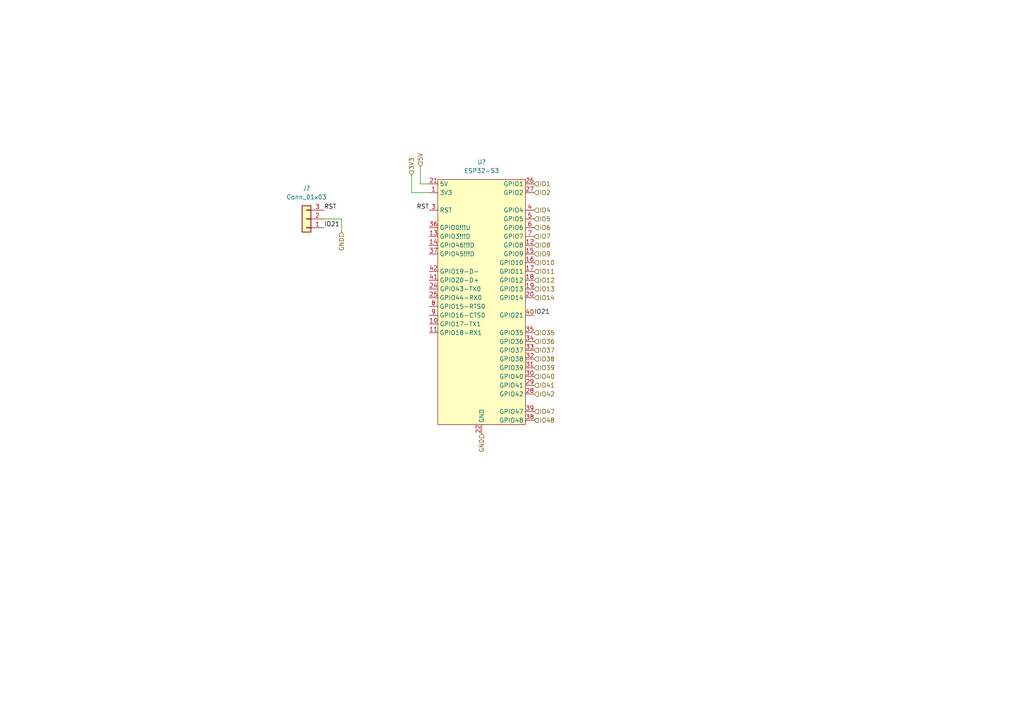
<source format=kicad_sch>
(kicad_sch (version 20211123) (generator eeschema)
  (paper "A4")
  (lib_symbols
    (symbol "Connector_Generic:Conn_01x03" (pin_names (offset 1.016) hide)
      (property "Reference" "J" (at 0 5.08 0))
      (property "Value" "Conn_01x03" (at 0 -5.08 0))
      (symbol "Conn_01x03_1_1"
        (rectangle (start -1.27 -2.413) (end 0 -2.667) (stroke (width 0.1524)))
        (rectangle (start -1.27 0.127) (end 0 -0.127) (stroke (width 0.1524)))
        (rectangle (start -1.27 2.667) (end 0 2.413) (stroke (width 0.1524)))
        (rectangle (start -1.27 3.81) (end 1.27 -3.81) (stroke (width 0.254)) (fill (type background)))
        (pin passive line (at -5.08 2.54 0) (length 3.81) (name "Pin_1") (number "1"))
        (pin passive line (at -5.08 0 0) (length 3.81) (name "Pin_2") (number "2"))
        (pin passive line (at -5.08 -2.54 0) (length 3.81) (name "Pin_3") (number "3"))
      )
    )
    (symbol "Robotarna_KiCad_Library:ESP32-S3"
      (property "Reference" "U" (at 0 5.08 0))
      (property "Value" "ESP32-S3" (at 0 2.54 0))
      (symbol "ESP32-S3_0_1"
        (rectangle (start -12.7 1.27) (end 12.7 -69.85) (fill (type background)))
      )
      (symbol "ESP32-S3_1_1"
        (pin power_in line (at -15.24 -2.54 0) (length 2.54) (name "3V3") (number "1"))
        (pin bidirectional line (at -15.24 -40.64 0) (length 2.54) (name "GPIO17-TX1") (number "10"))
        (pin bidirectional line (at -15.24 -43.18 0) (length 2.54) (name "GPIO18-RX1") (number "11"))
        (pin bidirectional line (at 15.24 -17.78 180) (length 2.54) (name "GPIO8") (number "12"))
        (pin bidirectional line (at -15.24 -15.24 0) (length 2.54) (name "GPIO3!!!D") (number "13"))
        (pin bidirectional line (at -15.24 -17.78 0) (length 2.54) (name "GPIO46!!!D") (number "14"))
        (pin bidirectional line (at 15.24 -20.32 180) (length 2.54) (name "GPIO9") (number "15"))
        (pin bidirectional line (at 15.24 -22.86 180) (length 2.54) (name "GPIO10") (number "16"))
        (pin bidirectional line (at 15.24 -25.4 180) (length 2.54) (name "GPIO11") (number "17"))
        (pin bidirectional line (at 15.24 -27.94 180) (length 2.54) (name "GPIO12") (number "18"))
        (pin bidirectional line (at 15.24 -30.48 180) (length 2.54) (name "GPIO13") (number "19"))
        (pin input line (at -15.24 -2.54 0) (length 2.54) hide (name "3V3") (number "2"))
        (pin bidirectional line (at 15.24 -33.02 180) (length 2.54) (name "GPIO14") (number "20"))
        (pin power_in line (at -15.24 0 0) (length 2.54) (name "5V") (number "21"))
        (pin bidirectional line (at 0 -72.39 90) (length 2.54) (name "GND") (number "22"))
        (pin input line (at 0 -72.39 90) (length 2.54) hide (name "GND") (number "23"))
        (pin bidirectional line (at -15.24 -30.48 0) (length 2.54) (name "GPIO43-TX0") (number "24"))
        (pin bidirectional line (at -15.24 -33.02 0) (length 2.54) (name "GPIO44-RX0") (number "25"))
        (pin bidirectional line (at 15.24 0 180) (length 2.54) (name "GPIO1") (number "26"))
        (pin bidirectional line (at 15.24 -2.54 180) (length 2.54) (name "GPIO2") (number "27"))
        (pin bidirectional line (at 15.24 -60.96 180) (length 2.54) (name "GPIO42") (number "28"))
        (pin bidirectional line (at 15.24 -58.42 180) (length 2.54) (name "GPIO41") (number "29"))
        (pin input line (at -15.24 -7.62 0) (length 2.54) (name "RST") (number "3"))
        (pin bidirectional line (at 15.24 -55.88 180) (length 2.54) (name "GPIO40") (number "30"))
        (pin bidirectional line (at 15.24 -53.34 180) (length 2.54) (name "GPIO39") (number "31"))
        (pin bidirectional line (at 15.24 -50.8 180) (length 2.54) (name "GPIO38") (number "32"))
        (pin bidirectional line (at 15.24 -48.26 180) (length 2.54) (name "GPIO37") (number "33"))
        (pin bidirectional line (at 15.24 -45.72 180) (length 2.54) (name "GPIO36") (number "34"))
        (pin bidirectional line (at 15.24 -43.18 180) (length 2.54) (name "GPIO35") (number "35"))
        (pin bidirectional line (at -15.24 -12.7 0) (length 2.54) (name "GPIO0!!!U") (number "36"))
        (pin bidirectional line (at -15.24 -20.32 0) (length 2.54) (name "GPIO45!!!D") (number "37"))
        (pin bidirectional line (at 15.24 -68.58 180) (length 2.54) (name "GPIO48") (number "38"))
        (pin bidirectional line (at 15.24 -66.04 180) (length 2.54) (name "GPIO47") (number "39"))
        (pin bidirectional line (at 15.24 -7.62 180) (length 2.54) (name "GPIO4") (number "4"))
        (pin bidirectional line (at 15.24 -38.1 180) (length 2.54) (name "GPIO21") (number "40"))
        (pin bidirectional line (at -15.24 -27.94 0) (length 2.54) (name "GPIO20-D+") (number "41"))
        (pin bidirectional line (at -15.24 -25.4 0) (length 2.54) (name "GPIO19-D-") (number "42"))
        (pin input line (at 0 -72.39 90) (length 2.54) hide (name "GND") (number "43"))
        (pin input line (at 0 -72.39 90) (length 2.54) hide (name "GND") (number "44"))
        (pin bidirectional line (at 15.24 -10.16 180) (length 2.54) (name "GPIO5") (number "5"))
        (pin bidirectional line (at 15.24 -12.7 180) (length 2.54) (name "GPIO6") (number "6"))
        (pin bidirectional line (at 15.24 -15.24 180) (length 2.54) (name "GPIO7") (number "7"))
        (pin bidirectional line (at -15.24 -35.56 0) (length 2.54) (name "GPIO15-RTS0") (number "8"))
        (pin bidirectional line (at -15.24 -38.1 0) (length 2.54) (name "GPIO16-CTS0") (number "9"))
      )
    )
  )
  (wire (pts (xy 119.38 55.88) (xy 124.46 55.88)))
  (wire (pts (xy 121.92 53.34) (xy 124.46 53.34)))
  (wire (pts (xy 121.92 48.26) (xy 121.92 53.34)))
  (wire (pts (xy 99.06 67.31) (xy 99.06 63.5)))
  (wire (pts (xy 99.06 63.5) (xy 93.98 63.5)))
  (wire (pts (xy 119.38 50.8) (xy 119.38 55.88)))
  (label "IO21" (at 154.94 91.44 0))
  (label "RST" (at 124.46 60.96 180))
  (label "IO21" (at 93.98 66.04 0))
  (label "RST" (at 93.98 60.96 0))
  (hierarchical_label "IO1" (shape input) (at 154.94 53.34 0))
  (hierarchical_label "IO14" (shape input) (at 154.94 86.36 0))
  (hierarchical_label "IO7" (shape input) (at 154.94 68.58 0))
  (hierarchical_label "GND" (shape input) (at 139.7 125.73 270))
  (hierarchical_label "IO6" (shape input) (at 154.94 66.04 0))
  (hierarchical_label "IO11" (shape input) (at 154.94 78.74 0))
  (hierarchical_label "IO42" (shape input) (at 154.94 114.3 0))
  (hierarchical_label "IO39" (shape input) (at 154.94 106.68 0))
  (hierarchical_label "IO2" (shape input) (at 154.94 55.88 0))
  (hierarchical_label "IO8" (shape input) (at 154.94 71.12 0))
  (hierarchical_label "IO40" (shape input) (at 154.94 109.22 0))
  (hierarchical_label "5V" (shape input) (at 121.92 48.26 90))
  (hierarchical_label "IO37" (shape input) (at 154.94 101.6 0))
  (hierarchical_label "IO10" (shape input) (at 154.94 76.2 0))
  (hierarchical_label "IO12" (shape input) (at 154.94 81.28 0))
  (hierarchical_label "GND" (shape input) (at 99.06 67.31 270))
  (hierarchical_label "IO4" (shape input) (at 154.94 60.96 0))
  (hierarchical_label "IO38" (shape input) (at 154.94 104.14 0))
  (hierarchical_label "IO9" (shape input) (at 154.94 73.66 0))
  (hierarchical_label "IO13" (shape input) (at 154.94 83.82 0))
  (hierarchical_label "3V3" (shape input) (at 119.38 50.8 90))
  (hierarchical_label "IO41" (shape input) (at 154.94 111.76 0))
  (hierarchical_label "IO36" (shape input) (at 154.94 99.06 0))
  (hierarchical_label "IO48" (shape input) (at 154.94 121.92 0))
  (hierarchical_label "IO5" (shape input) (at 154.94 63.5 0))
  (hierarchical_label "IO35" (shape input) (at 154.94 96.52 0))
  (hierarchical_label "IO47" (shape input) (at 154.94 119.38 0))
  (symbol (lib_id "Connector_Generic:Conn_01x03") (at 88.9 63.5 180) (unit 1)
    (property "Reference" "J?" (at 88.9 54.61 0))
    (property "Value" "Conn_01x03" (at 88.9 57.15 0))
  )
  (symbol (lib_id "Robotarna_KiCad_Library:ESP32-S3") (at 139.7 53.34 0) (unit 1)
    (property "Reference" "U?" (at 139.7 46.99 0))
    (property "Value" "ESP32-S3" (at 139.7 49.53 0))
    (property "Footprint" "Robotarna_KiCad_Library:ESP32-devkit_v1" (effects hide))
    (property "Datasheet" "https://media.digikey.com/pdf/Data%20Sheets/~No%20Display/Espressif%20PDFs/ESP32-S3-DevKitC-1.pdf" (effects hide))
  )
)
</source>
